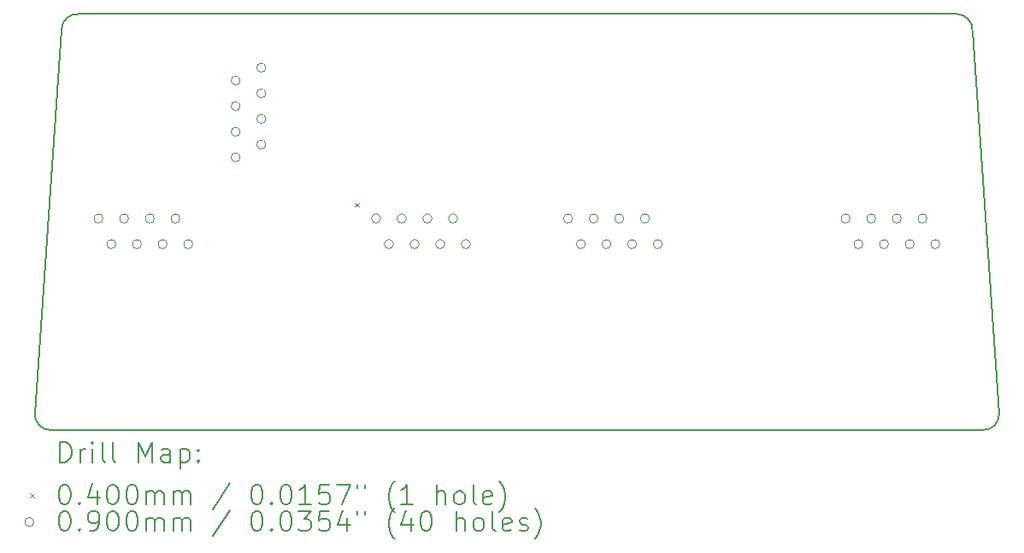
<source format=gbr>
%TF.GenerationSoftware,KiCad,Pcbnew,(6.0.11)*%
%TF.CreationDate,2024-03-01T18:21:50+00:00*%
%TF.ProjectId,BT66B_RJ45_JB,42543636-425f-4524-9a34-355f4a422e6b,rev?*%
%TF.SameCoordinates,Original*%
%TF.FileFunction,Drillmap*%
%TF.FilePolarity,Positive*%
%FSLAX45Y45*%
G04 Gerber Fmt 4.5, Leading zero omitted, Abs format (unit mm)*
G04 Created by KiCad (PCBNEW (6.0.11)) date 2024-03-01 18:21:50*
%MOMM*%
%LPD*%
G01*
G04 APERTURE LIST*
%ADD10C,0.150000*%
%ADD11C,0.200000*%
%ADD12C,0.040000*%
%ADD13C,0.090000*%
G04 APERTURE END LIST*
D10*
X9560054Y-11817889D02*
X9825100Y-8018599D01*
X18847947Y-8031111D02*
X19113011Y-11830454D01*
X9996111Y-7860053D02*
X18689401Y-7860100D01*
X9996111Y-7860054D02*
G75*
G03*
X9825100Y-8018599I-12011J-158546D01*
G01*
X9560054Y-11817889D02*
G75*
G03*
X9718599Y-11988900I158546J-12011D01*
G01*
X18942000Y-11988997D02*
G75*
G03*
X19113011Y-11830454I12010J158547D01*
G01*
X18847946Y-8031111D02*
G75*
G03*
X18689401Y-7860100I-158546J12011D01*
G01*
X9718599Y-11988900D02*
X18942000Y-11989000D01*
D11*
D12*
X12730800Y-9733600D02*
X12770800Y-9773600D01*
X12770800Y-9733600D02*
X12730800Y-9773600D01*
D13*
X10236500Y-9890000D02*
G75*
G03*
X10236500Y-9890000I-45000J0D01*
G01*
X10363500Y-10144000D02*
G75*
G03*
X10363500Y-10144000I-45000J0D01*
G01*
X10490500Y-9890000D02*
G75*
G03*
X10490500Y-9890000I-45000J0D01*
G01*
X10617500Y-10144000D02*
G75*
G03*
X10617500Y-10144000I-45000J0D01*
G01*
X10744500Y-9890000D02*
G75*
G03*
X10744500Y-9890000I-45000J0D01*
G01*
X10871500Y-10144000D02*
G75*
G03*
X10871500Y-10144000I-45000J0D01*
G01*
X10998500Y-9890000D02*
G75*
G03*
X10998500Y-9890000I-45000J0D01*
G01*
X11125500Y-10144000D02*
G75*
G03*
X11125500Y-10144000I-45000J0D01*
G01*
X11594800Y-8520100D02*
G75*
G03*
X11594800Y-8520100I-45000J0D01*
G01*
X11594800Y-8774100D02*
G75*
G03*
X11594800Y-8774100I-45000J0D01*
G01*
X11594800Y-9028100D02*
G75*
G03*
X11594800Y-9028100I-45000J0D01*
G01*
X11594800Y-9282100D02*
G75*
G03*
X11594800Y-9282100I-45000J0D01*
G01*
X11848800Y-8393100D02*
G75*
G03*
X11848800Y-8393100I-45000J0D01*
G01*
X11848800Y-8647100D02*
G75*
G03*
X11848800Y-8647100I-45000J0D01*
G01*
X11848800Y-8901100D02*
G75*
G03*
X11848800Y-8901100I-45000J0D01*
G01*
X11848800Y-9155100D02*
G75*
G03*
X11848800Y-9155100I-45000J0D01*
G01*
X12986500Y-9890000D02*
G75*
G03*
X12986500Y-9890000I-45000J0D01*
G01*
X13113500Y-10144000D02*
G75*
G03*
X13113500Y-10144000I-45000J0D01*
G01*
X13240500Y-9890000D02*
G75*
G03*
X13240500Y-9890000I-45000J0D01*
G01*
X13367500Y-10144000D02*
G75*
G03*
X13367500Y-10144000I-45000J0D01*
G01*
X13494500Y-9890000D02*
G75*
G03*
X13494500Y-9890000I-45000J0D01*
G01*
X13621500Y-10144000D02*
G75*
G03*
X13621500Y-10144000I-45000J0D01*
G01*
X13748500Y-9890000D02*
G75*
G03*
X13748500Y-9890000I-45000J0D01*
G01*
X13875500Y-10144000D02*
G75*
G03*
X13875500Y-10144000I-45000J0D01*
G01*
X14886500Y-9890000D02*
G75*
G03*
X14886500Y-9890000I-45000J0D01*
G01*
X15013500Y-10144000D02*
G75*
G03*
X15013500Y-10144000I-45000J0D01*
G01*
X15140500Y-9890000D02*
G75*
G03*
X15140500Y-9890000I-45000J0D01*
G01*
X15267500Y-10144000D02*
G75*
G03*
X15267500Y-10144000I-45000J0D01*
G01*
X15394500Y-9890000D02*
G75*
G03*
X15394500Y-9890000I-45000J0D01*
G01*
X15521500Y-10144000D02*
G75*
G03*
X15521500Y-10144000I-45000J0D01*
G01*
X15648500Y-9890000D02*
G75*
G03*
X15648500Y-9890000I-45000J0D01*
G01*
X15775500Y-10144000D02*
G75*
G03*
X15775500Y-10144000I-45000J0D01*
G01*
X17636500Y-9890000D02*
G75*
G03*
X17636500Y-9890000I-45000J0D01*
G01*
X17763500Y-10144000D02*
G75*
G03*
X17763500Y-10144000I-45000J0D01*
G01*
X17890500Y-9890000D02*
G75*
G03*
X17890500Y-9890000I-45000J0D01*
G01*
X18017500Y-10144000D02*
G75*
G03*
X18017500Y-10144000I-45000J0D01*
G01*
X18144500Y-9890000D02*
G75*
G03*
X18144500Y-9890000I-45000J0D01*
G01*
X18271500Y-10144000D02*
G75*
G03*
X18271500Y-10144000I-45000J0D01*
G01*
X18398500Y-9890000D02*
G75*
G03*
X18398500Y-9890000I-45000J0D01*
G01*
X18525500Y-10144000D02*
G75*
G03*
X18525500Y-10144000I-45000J0D01*
G01*
D11*
X9809719Y-12307427D02*
X9809719Y-12107427D01*
X9857338Y-12107427D01*
X9885910Y-12116951D01*
X9904957Y-12135999D01*
X9914481Y-12155046D01*
X9924005Y-12193141D01*
X9924005Y-12221713D01*
X9914481Y-12259808D01*
X9904957Y-12278856D01*
X9885910Y-12297903D01*
X9857338Y-12307427D01*
X9809719Y-12307427D01*
X10009719Y-12307427D02*
X10009719Y-12174094D01*
X10009719Y-12212189D02*
X10019243Y-12193141D01*
X10028767Y-12183618D01*
X10047814Y-12174094D01*
X10066862Y-12174094D01*
X10133529Y-12307427D02*
X10133529Y-12174094D01*
X10133529Y-12107427D02*
X10124005Y-12116951D01*
X10133529Y-12126475D01*
X10143052Y-12116951D01*
X10133529Y-12107427D01*
X10133529Y-12126475D01*
X10257338Y-12307427D02*
X10238291Y-12297903D01*
X10228767Y-12278856D01*
X10228767Y-12107427D01*
X10362100Y-12307427D02*
X10343052Y-12297903D01*
X10333529Y-12278856D01*
X10333529Y-12107427D01*
X10590672Y-12307427D02*
X10590672Y-12107427D01*
X10657338Y-12250284D01*
X10724005Y-12107427D01*
X10724005Y-12307427D01*
X10904957Y-12307427D02*
X10904957Y-12202665D01*
X10895433Y-12183618D01*
X10876386Y-12174094D01*
X10838291Y-12174094D01*
X10819243Y-12183618D01*
X10904957Y-12297903D02*
X10885910Y-12307427D01*
X10838291Y-12307427D01*
X10819243Y-12297903D01*
X10809719Y-12278856D01*
X10809719Y-12259808D01*
X10819243Y-12240760D01*
X10838291Y-12231237D01*
X10885910Y-12231237D01*
X10904957Y-12221713D01*
X11000195Y-12174094D02*
X11000195Y-12374094D01*
X11000195Y-12183618D02*
X11019243Y-12174094D01*
X11057338Y-12174094D01*
X11076386Y-12183618D01*
X11085910Y-12193141D01*
X11095433Y-12212189D01*
X11095433Y-12269332D01*
X11085910Y-12288379D01*
X11076386Y-12297903D01*
X11057338Y-12307427D01*
X11019243Y-12307427D01*
X11000195Y-12297903D01*
X11181148Y-12288379D02*
X11190671Y-12297903D01*
X11181148Y-12307427D01*
X11171624Y-12297903D01*
X11181148Y-12288379D01*
X11181148Y-12307427D01*
X11181148Y-12183618D02*
X11190671Y-12193141D01*
X11181148Y-12202665D01*
X11171624Y-12193141D01*
X11181148Y-12183618D01*
X11181148Y-12202665D01*
D12*
X9512100Y-12616951D02*
X9552100Y-12656951D01*
X9552100Y-12616951D02*
X9512100Y-12656951D01*
D11*
X9847814Y-12527427D02*
X9866862Y-12527427D01*
X9885910Y-12536951D01*
X9895433Y-12546475D01*
X9904957Y-12565522D01*
X9914481Y-12603618D01*
X9914481Y-12651237D01*
X9904957Y-12689332D01*
X9895433Y-12708379D01*
X9885910Y-12717903D01*
X9866862Y-12727427D01*
X9847814Y-12727427D01*
X9828767Y-12717903D01*
X9819243Y-12708379D01*
X9809719Y-12689332D01*
X9800195Y-12651237D01*
X9800195Y-12603618D01*
X9809719Y-12565522D01*
X9819243Y-12546475D01*
X9828767Y-12536951D01*
X9847814Y-12527427D01*
X10000195Y-12708379D02*
X10009719Y-12717903D01*
X10000195Y-12727427D01*
X9990672Y-12717903D01*
X10000195Y-12708379D01*
X10000195Y-12727427D01*
X10181148Y-12594094D02*
X10181148Y-12727427D01*
X10133529Y-12517903D02*
X10085910Y-12660760D01*
X10209719Y-12660760D01*
X10324005Y-12527427D02*
X10343052Y-12527427D01*
X10362100Y-12536951D01*
X10371624Y-12546475D01*
X10381148Y-12565522D01*
X10390672Y-12603618D01*
X10390672Y-12651237D01*
X10381148Y-12689332D01*
X10371624Y-12708379D01*
X10362100Y-12717903D01*
X10343052Y-12727427D01*
X10324005Y-12727427D01*
X10304957Y-12717903D01*
X10295433Y-12708379D01*
X10285910Y-12689332D01*
X10276386Y-12651237D01*
X10276386Y-12603618D01*
X10285910Y-12565522D01*
X10295433Y-12546475D01*
X10304957Y-12536951D01*
X10324005Y-12527427D01*
X10514481Y-12527427D02*
X10533529Y-12527427D01*
X10552576Y-12536951D01*
X10562100Y-12546475D01*
X10571624Y-12565522D01*
X10581148Y-12603618D01*
X10581148Y-12651237D01*
X10571624Y-12689332D01*
X10562100Y-12708379D01*
X10552576Y-12717903D01*
X10533529Y-12727427D01*
X10514481Y-12727427D01*
X10495433Y-12717903D01*
X10485910Y-12708379D01*
X10476386Y-12689332D01*
X10466862Y-12651237D01*
X10466862Y-12603618D01*
X10476386Y-12565522D01*
X10485910Y-12546475D01*
X10495433Y-12536951D01*
X10514481Y-12527427D01*
X10666862Y-12727427D02*
X10666862Y-12594094D01*
X10666862Y-12613141D02*
X10676386Y-12603618D01*
X10695433Y-12594094D01*
X10724005Y-12594094D01*
X10743052Y-12603618D01*
X10752576Y-12622665D01*
X10752576Y-12727427D01*
X10752576Y-12622665D02*
X10762100Y-12603618D01*
X10781148Y-12594094D01*
X10809719Y-12594094D01*
X10828767Y-12603618D01*
X10838291Y-12622665D01*
X10838291Y-12727427D01*
X10933529Y-12727427D02*
X10933529Y-12594094D01*
X10933529Y-12613141D02*
X10943052Y-12603618D01*
X10962100Y-12594094D01*
X10990672Y-12594094D01*
X11009719Y-12603618D01*
X11019243Y-12622665D01*
X11019243Y-12727427D01*
X11019243Y-12622665D02*
X11028767Y-12603618D01*
X11047814Y-12594094D01*
X11076386Y-12594094D01*
X11095433Y-12603618D01*
X11104957Y-12622665D01*
X11104957Y-12727427D01*
X11495433Y-12517903D02*
X11324005Y-12775046D01*
X11752576Y-12527427D02*
X11771624Y-12527427D01*
X11790671Y-12536951D01*
X11800195Y-12546475D01*
X11809719Y-12565522D01*
X11819243Y-12603618D01*
X11819243Y-12651237D01*
X11809719Y-12689332D01*
X11800195Y-12708379D01*
X11790671Y-12717903D01*
X11771624Y-12727427D01*
X11752576Y-12727427D01*
X11733529Y-12717903D01*
X11724005Y-12708379D01*
X11714481Y-12689332D01*
X11704957Y-12651237D01*
X11704957Y-12603618D01*
X11714481Y-12565522D01*
X11724005Y-12546475D01*
X11733529Y-12536951D01*
X11752576Y-12527427D01*
X11904957Y-12708379D02*
X11914481Y-12717903D01*
X11904957Y-12727427D01*
X11895433Y-12717903D01*
X11904957Y-12708379D01*
X11904957Y-12727427D01*
X12038290Y-12527427D02*
X12057338Y-12527427D01*
X12076386Y-12536951D01*
X12085910Y-12546475D01*
X12095433Y-12565522D01*
X12104957Y-12603618D01*
X12104957Y-12651237D01*
X12095433Y-12689332D01*
X12085910Y-12708379D01*
X12076386Y-12717903D01*
X12057338Y-12727427D01*
X12038290Y-12727427D01*
X12019243Y-12717903D01*
X12009719Y-12708379D01*
X12000195Y-12689332D01*
X11990671Y-12651237D01*
X11990671Y-12603618D01*
X12000195Y-12565522D01*
X12009719Y-12546475D01*
X12019243Y-12536951D01*
X12038290Y-12527427D01*
X12295433Y-12727427D02*
X12181148Y-12727427D01*
X12238290Y-12727427D02*
X12238290Y-12527427D01*
X12219243Y-12555999D01*
X12200195Y-12575046D01*
X12181148Y-12584570D01*
X12476386Y-12527427D02*
X12381148Y-12527427D01*
X12371624Y-12622665D01*
X12381148Y-12613141D01*
X12400195Y-12603618D01*
X12447814Y-12603618D01*
X12466862Y-12613141D01*
X12476386Y-12622665D01*
X12485910Y-12641713D01*
X12485910Y-12689332D01*
X12476386Y-12708379D01*
X12466862Y-12717903D01*
X12447814Y-12727427D01*
X12400195Y-12727427D01*
X12381148Y-12717903D01*
X12371624Y-12708379D01*
X12552576Y-12527427D02*
X12685910Y-12527427D01*
X12600195Y-12727427D01*
X12752576Y-12527427D02*
X12752576Y-12565522D01*
X12828767Y-12527427D02*
X12828767Y-12565522D01*
X13124005Y-12803618D02*
X13114481Y-12794094D01*
X13095433Y-12765522D01*
X13085910Y-12746475D01*
X13076386Y-12717903D01*
X13066862Y-12670284D01*
X13066862Y-12632189D01*
X13076386Y-12584570D01*
X13085910Y-12555999D01*
X13095433Y-12536951D01*
X13114481Y-12508379D01*
X13124005Y-12498856D01*
X13304957Y-12727427D02*
X13190671Y-12727427D01*
X13247814Y-12727427D02*
X13247814Y-12527427D01*
X13228767Y-12555999D01*
X13209719Y-12575046D01*
X13190671Y-12584570D01*
X13543052Y-12727427D02*
X13543052Y-12527427D01*
X13628767Y-12727427D02*
X13628767Y-12622665D01*
X13619243Y-12603618D01*
X13600195Y-12594094D01*
X13571624Y-12594094D01*
X13552576Y-12603618D01*
X13543052Y-12613141D01*
X13752576Y-12727427D02*
X13733529Y-12717903D01*
X13724005Y-12708379D01*
X13714481Y-12689332D01*
X13714481Y-12632189D01*
X13724005Y-12613141D01*
X13733529Y-12603618D01*
X13752576Y-12594094D01*
X13781148Y-12594094D01*
X13800195Y-12603618D01*
X13809719Y-12613141D01*
X13819243Y-12632189D01*
X13819243Y-12689332D01*
X13809719Y-12708379D01*
X13800195Y-12717903D01*
X13781148Y-12727427D01*
X13752576Y-12727427D01*
X13933529Y-12727427D02*
X13914481Y-12717903D01*
X13904957Y-12698856D01*
X13904957Y-12527427D01*
X14085910Y-12717903D02*
X14066862Y-12727427D01*
X14028767Y-12727427D01*
X14009719Y-12717903D01*
X14000195Y-12698856D01*
X14000195Y-12622665D01*
X14009719Y-12603618D01*
X14028767Y-12594094D01*
X14066862Y-12594094D01*
X14085910Y-12603618D01*
X14095433Y-12622665D01*
X14095433Y-12641713D01*
X14000195Y-12660760D01*
X14162100Y-12803618D02*
X14171624Y-12794094D01*
X14190671Y-12765522D01*
X14200195Y-12746475D01*
X14209719Y-12717903D01*
X14219243Y-12670284D01*
X14219243Y-12632189D01*
X14209719Y-12584570D01*
X14200195Y-12555999D01*
X14190671Y-12536951D01*
X14171624Y-12508379D01*
X14162100Y-12498856D01*
D13*
X9552100Y-12900951D02*
G75*
G03*
X9552100Y-12900951I-45000J0D01*
G01*
D11*
X9847814Y-12791427D02*
X9866862Y-12791427D01*
X9885910Y-12800951D01*
X9895433Y-12810475D01*
X9904957Y-12829522D01*
X9914481Y-12867618D01*
X9914481Y-12915237D01*
X9904957Y-12953332D01*
X9895433Y-12972379D01*
X9885910Y-12981903D01*
X9866862Y-12991427D01*
X9847814Y-12991427D01*
X9828767Y-12981903D01*
X9819243Y-12972379D01*
X9809719Y-12953332D01*
X9800195Y-12915237D01*
X9800195Y-12867618D01*
X9809719Y-12829522D01*
X9819243Y-12810475D01*
X9828767Y-12800951D01*
X9847814Y-12791427D01*
X10000195Y-12972379D02*
X10009719Y-12981903D01*
X10000195Y-12991427D01*
X9990672Y-12981903D01*
X10000195Y-12972379D01*
X10000195Y-12991427D01*
X10104957Y-12991427D02*
X10143052Y-12991427D01*
X10162100Y-12981903D01*
X10171624Y-12972379D01*
X10190672Y-12943808D01*
X10200195Y-12905713D01*
X10200195Y-12829522D01*
X10190672Y-12810475D01*
X10181148Y-12800951D01*
X10162100Y-12791427D01*
X10124005Y-12791427D01*
X10104957Y-12800951D01*
X10095433Y-12810475D01*
X10085910Y-12829522D01*
X10085910Y-12877141D01*
X10095433Y-12896189D01*
X10104957Y-12905713D01*
X10124005Y-12915237D01*
X10162100Y-12915237D01*
X10181148Y-12905713D01*
X10190672Y-12896189D01*
X10200195Y-12877141D01*
X10324005Y-12791427D02*
X10343052Y-12791427D01*
X10362100Y-12800951D01*
X10371624Y-12810475D01*
X10381148Y-12829522D01*
X10390672Y-12867618D01*
X10390672Y-12915237D01*
X10381148Y-12953332D01*
X10371624Y-12972379D01*
X10362100Y-12981903D01*
X10343052Y-12991427D01*
X10324005Y-12991427D01*
X10304957Y-12981903D01*
X10295433Y-12972379D01*
X10285910Y-12953332D01*
X10276386Y-12915237D01*
X10276386Y-12867618D01*
X10285910Y-12829522D01*
X10295433Y-12810475D01*
X10304957Y-12800951D01*
X10324005Y-12791427D01*
X10514481Y-12791427D02*
X10533529Y-12791427D01*
X10552576Y-12800951D01*
X10562100Y-12810475D01*
X10571624Y-12829522D01*
X10581148Y-12867618D01*
X10581148Y-12915237D01*
X10571624Y-12953332D01*
X10562100Y-12972379D01*
X10552576Y-12981903D01*
X10533529Y-12991427D01*
X10514481Y-12991427D01*
X10495433Y-12981903D01*
X10485910Y-12972379D01*
X10476386Y-12953332D01*
X10466862Y-12915237D01*
X10466862Y-12867618D01*
X10476386Y-12829522D01*
X10485910Y-12810475D01*
X10495433Y-12800951D01*
X10514481Y-12791427D01*
X10666862Y-12991427D02*
X10666862Y-12858094D01*
X10666862Y-12877141D02*
X10676386Y-12867618D01*
X10695433Y-12858094D01*
X10724005Y-12858094D01*
X10743052Y-12867618D01*
X10752576Y-12886665D01*
X10752576Y-12991427D01*
X10752576Y-12886665D02*
X10762100Y-12867618D01*
X10781148Y-12858094D01*
X10809719Y-12858094D01*
X10828767Y-12867618D01*
X10838291Y-12886665D01*
X10838291Y-12991427D01*
X10933529Y-12991427D02*
X10933529Y-12858094D01*
X10933529Y-12877141D02*
X10943052Y-12867618D01*
X10962100Y-12858094D01*
X10990672Y-12858094D01*
X11009719Y-12867618D01*
X11019243Y-12886665D01*
X11019243Y-12991427D01*
X11019243Y-12886665D02*
X11028767Y-12867618D01*
X11047814Y-12858094D01*
X11076386Y-12858094D01*
X11095433Y-12867618D01*
X11104957Y-12886665D01*
X11104957Y-12991427D01*
X11495433Y-12781903D02*
X11324005Y-13039046D01*
X11752576Y-12791427D02*
X11771624Y-12791427D01*
X11790671Y-12800951D01*
X11800195Y-12810475D01*
X11809719Y-12829522D01*
X11819243Y-12867618D01*
X11819243Y-12915237D01*
X11809719Y-12953332D01*
X11800195Y-12972379D01*
X11790671Y-12981903D01*
X11771624Y-12991427D01*
X11752576Y-12991427D01*
X11733529Y-12981903D01*
X11724005Y-12972379D01*
X11714481Y-12953332D01*
X11704957Y-12915237D01*
X11704957Y-12867618D01*
X11714481Y-12829522D01*
X11724005Y-12810475D01*
X11733529Y-12800951D01*
X11752576Y-12791427D01*
X11904957Y-12972379D02*
X11914481Y-12981903D01*
X11904957Y-12991427D01*
X11895433Y-12981903D01*
X11904957Y-12972379D01*
X11904957Y-12991427D01*
X12038290Y-12791427D02*
X12057338Y-12791427D01*
X12076386Y-12800951D01*
X12085910Y-12810475D01*
X12095433Y-12829522D01*
X12104957Y-12867618D01*
X12104957Y-12915237D01*
X12095433Y-12953332D01*
X12085910Y-12972379D01*
X12076386Y-12981903D01*
X12057338Y-12991427D01*
X12038290Y-12991427D01*
X12019243Y-12981903D01*
X12009719Y-12972379D01*
X12000195Y-12953332D01*
X11990671Y-12915237D01*
X11990671Y-12867618D01*
X12000195Y-12829522D01*
X12009719Y-12810475D01*
X12019243Y-12800951D01*
X12038290Y-12791427D01*
X12171624Y-12791427D02*
X12295433Y-12791427D01*
X12228767Y-12867618D01*
X12257338Y-12867618D01*
X12276386Y-12877141D01*
X12285910Y-12886665D01*
X12295433Y-12905713D01*
X12295433Y-12953332D01*
X12285910Y-12972379D01*
X12276386Y-12981903D01*
X12257338Y-12991427D01*
X12200195Y-12991427D01*
X12181148Y-12981903D01*
X12171624Y-12972379D01*
X12476386Y-12791427D02*
X12381148Y-12791427D01*
X12371624Y-12886665D01*
X12381148Y-12877141D01*
X12400195Y-12867618D01*
X12447814Y-12867618D01*
X12466862Y-12877141D01*
X12476386Y-12886665D01*
X12485910Y-12905713D01*
X12485910Y-12953332D01*
X12476386Y-12972379D01*
X12466862Y-12981903D01*
X12447814Y-12991427D01*
X12400195Y-12991427D01*
X12381148Y-12981903D01*
X12371624Y-12972379D01*
X12657338Y-12858094D02*
X12657338Y-12991427D01*
X12609719Y-12781903D02*
X12562100Y-12924760D01*
X12685910Y-12924760D01*
X12752576Y-12791427D02*
X12752576Y-12829522D01*
X12828767Y-12791427D02*
X12828767Y-12829522D01*
X13124005Y-13067618D02*
X13114481Y-13058094D01*
X13095433Y-13029522D01*
X13085910Y-13010475D01*
X13076386Y-12981903D01*
X13066862Y-12934284D01*
X13066862Y-12896189D01*
X13076386Y-12848570D01*
X13085910Y-12819999D01*
X13095433Y-12800951D01*
X13114481Y-12772379D01*
X13124005Y-12762856D01*
X13285910Y-12858094D02*
X13285910Y-12991427D01*
X13238290Y-12781903D02*
X13190671Y-12924760D01*
X13314481Y-12924760D01*
X13428767Y-12791427D02*
X13447814Y-12791427D01*
X13466862Y-12800951D01*
X13476386Y-12810475D01*
X13485910Y-12829522D01*
X13495433Y-12867618D01*
X13495433Y-12915237D01*
X13485910Y-12953332D01*
X13476386Y-12972379D01*
X13466862Y-12981903D01*
X13447814Y-12991427D01*
X13428767Y-12991427D01*
X13409719Y-12981903D01*
X13400195Y-12972379D01*
X13390671Y-12953332D01*
X13381148Y-12915237D01*
X13381148Y-12867618D01*
X13390671Y-12829522D01*
X13400195Y-12810475D01*
X13409719Y-12800951D01*
X13428767Y-12791427D01*
X13733529Y-12991427D02*
X13733529Y-12791427D01*
X13819243Y-12991427D02*
X13819243Y-12886665D01*
X13809719Y-12867618D01*
X13790671Y-12858094D01*
X13762100Y-12858094D01*
X13743052Y-12867618D01*
X13733529Y-12877141D01*
X13943052Y-12991427D02*
X13924005Y-12981903D01*
X13914481Y-12972379D01*
X13904957Y-12953332D01*
X13904957Y-12896189D01*
X13914481Y-12877141D01*
X13924005Y-12867618D01*
X13943052Y-12858094D01*
X13971624Y-12858094D01*
X13990671Y-12867618D01*
X14000195Y-12877141D01*
X14009719Y-12896189D01*
X14009719Y-12953332D01*
X14000195Y-12972379D01*
X13990671Y-12981903D01*
X13971624Y-12991427D01*
X13943052Y-12991427D01*
X14124005Y-12991427D02*
X14104957Y-12981903D01*
X14095433Y-12962856D01*
X14095433Y-12791427D01*
X14276386Y-12981903D02*
X14257338Y-12991427D01*
X14219243Y-12991427D01*
X14200195Y-12981903D01*
X14190671Y-12962856D01*
X14190671Y-12886665D01*
X14200195Y-12867618D01*
X14219243Y-12858094D01*
X14257338Y-12858094D01*
X14276386Y-12867618D01*
X14285910Y-12886665D01*
X14285910Y-12905713D01*
X14190671Y-12924760D01*
X14362100Y-12981903D02*
X14381148Y-12991427D01*
X14419243Y-12991427D01*
X14438290Y-12981903D01*
X14447814Y-12962856D01*
X14447814Y-12953332D01*
X14438290Y-12934284D01*
X14419243Y-12924760D01*
X14390671Y-12924760D01*
X14371624Y-12915237D01*
X14362100Y-12896189D01*
X14362100Y-12886665D01*
X14371624Y-12867618D01*
X14390671Y-12858094D01*
X14419243Y-12858094D01*
X14438290Y-12867618D01*
X14514481Y-13067618D02*
X14524005Y-13058094D01*
X14543052Y-13029522D01*
X14552576Y-13010475D01*
X14562100Y-12981903D01*
X14571624Y-12934284D01*
X14571624Y-12896189D01*
X14562100Y-12848570D01*
X14552576Y-12819999D01*
X14543052Y-12800951D01*
X14524005Y-12772379D01*
X14514481Y-12762856D01*
M02*

</source>
